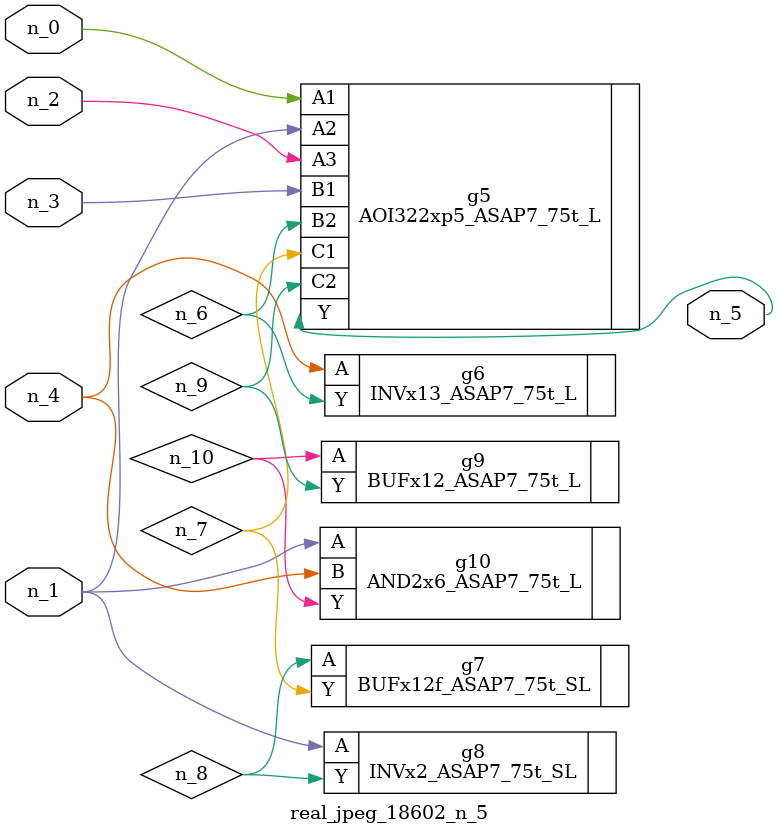
<source format=v>
module real_jpeg_18602_n_5 (n_4, n_0, n_1, n_2, n_3, n_5);

input n_4;
input n_0;
input n_1;
input n_2;
input n_3;

output n_5;

wire n_8;
wire n_6;
wire n_7;
wire n_10;
wire n_9;

AOI322xp5_ASAP7_75t_L g5 ( 
.A1(n_0),
.A2(n_1),
.A3(n_2),
.B1(n_3),
.B2(n_6),
.C1(n_7),
.C2(n_9),
.Y(n_5)
);

INVx2_ASAP7_75t_SL g8 ( 
.A(n_1),
.Y(n_8)
);

AND2x6_ASAP7_75t_L g10 ( 
.A(n_1),
.B(n_4),
.Y(n_10)
);

INVx13_ASAP7_75t_L g6 ( 
.A(n_4),
.Y(n_6)
);

BUFx12f_ASAP7_75t_SL g7 ( 
.A(n_8),
.Y(n_7)
);

BUFx12_ASAP7_75t_L g9 ( 
.A(n_10),
.Y(n_9)
);


endmodule
</source>
